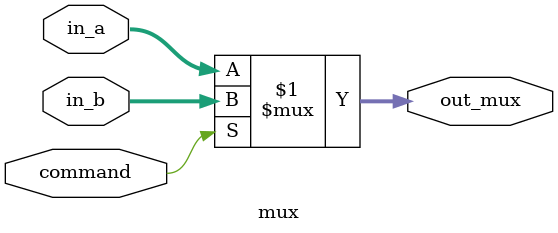
<source format=v>
 
 
module mux (in_a,in_b, command, out_mux);
	parameter N = 32;
	input [N-1:0] in_a, in_b;
	output [N-1:0] out_mux;
	input command;
	assign out_mux=command?in_b:in_a;
endmodule

</source>
